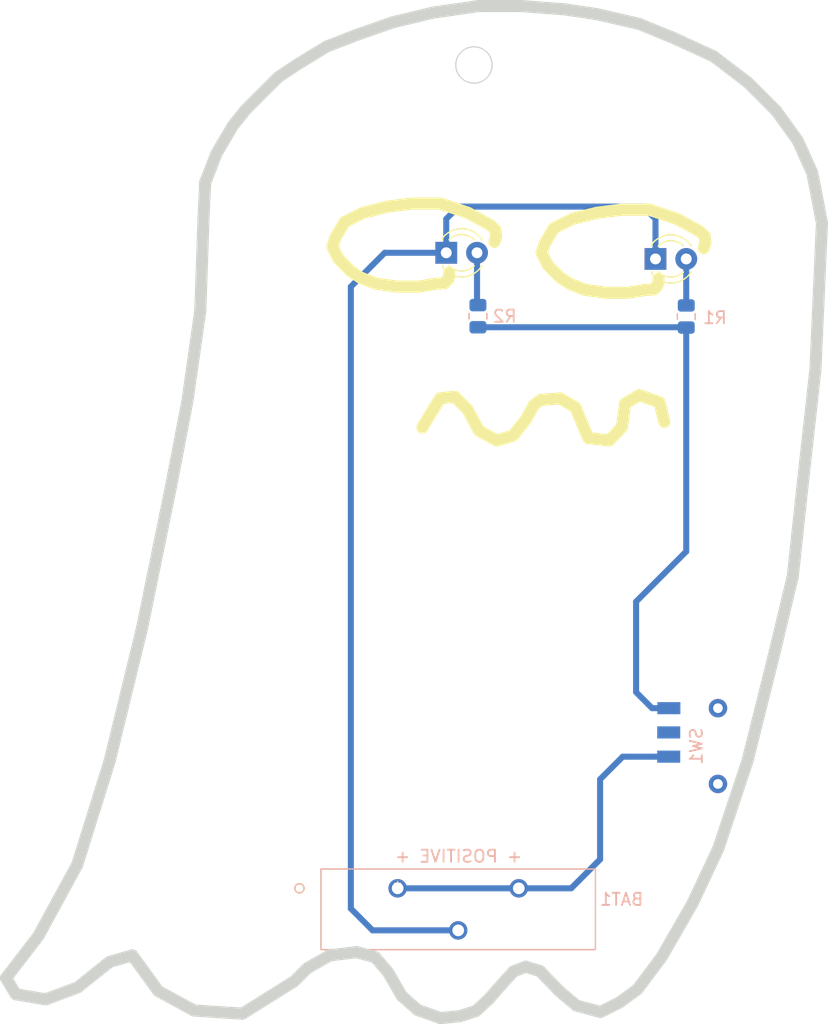
<source format=kicad_pcb>
(kicad_pcb (version 20171130) (host pcbnew "(5.1.9-0-10_14)")

  (general
    (thickness 1.6)
    (drawings 140)
    (tracks 27)
    (zones 0)
    (modules 6)
    (nets 7)
  )

  (page A4)
  (layers
    (0 F.Cu signal)
    (31 B.Cu signal)
    (32 B.Adhes user)
    (33 F.Adhes user)
    (34 B.Paste user)
    (35 F.Paste user)
    (36 B.SilkS user)
    (37 F.SilkS user)
    (38 B.Mask user)
    (39 F.Mask user)
    (40 Dwgs.User user)
    (41 Cmts.User user)
    (42 Eco1.User user)
    (43 Eco2.User user)
    (44 Edge.Cuts user)
    (45 Margin user)
    (46 B.CrtYd user)
    (47 F.CrtYd user)
    (48 B.Fab user)
    (49 F.Fab user)
  )

  (setup
    (last_trace_width 0.5)
    (user_trace_width 0.5)
    (user_trace_width 1)
    (trace_clearance 0.2)
    (zone_clearance 0.508)
    (zone_45_only no)
    (trace_min 0.2)
    (via_size 0.8)
    (via_drill 0.4)
    (via_min_size 0.4)
    (via_min_drill 0.3)
    (uvia_size 0.3)
    (uvia_drill 0.1)
    (uvias_allowed no)
    (uvia_min_size 0.2)
    (uvia_min_drill 0.1)
    (edge_width 0.05)
    (segment_width 0.2)
    (pcb_text_width 0.3)
    (pcb_text_size 1.5 1.5)
    (mod_edge_width 0.12)
    (mod_text_size 1 1)
    (mod_text_width 0.15)
    (pad_size 1.8 1.8)
    (pad_drill 0.9)
    (pad_to_mask_clearance 0)
    (aux_axis_origin 0 0)
    (visible_elements FFFFFF7F)
    (pcbplotparams
      (layerselection 0x110fc_ffffffff)
      (usegerberextensions false)
      (usegerberattributes true)
      (usegerberadvancedattributes true)
      (creategerberjobfile true)
      (excludeedgelayer true)
      (linewidth 0.100000)
      (plotframeref false)
      (viasonmask false)
      (mode 1)
      (useauxorigin false)
      (hpglpennumber 1)
      (hpglpenspeed 20)
      (hpglpendiameter 15.000000)
      (psnegative false)
      (psa4output false)
      (plotreference true)
      (plotvalue true)
      (plotinvisibletext false)
      (padsonsilk false)
      (subtractmaskfromsilk false)
      (outputformat 1)
      (mirror false)
      (drillshape 0)
      (scaleselection 1)
      (outputdirectory ""))
  )

  (net 0 "")
  (net 1 +BATT)
  (net 2 GND)
  (net 3 "Net-(D1-Pad2)")
  (net 4 "Net-(D2-Pad2)")
  (net 5 "Net-(R1-Pad1)")
  (net 6 "Net-(SW1-Pad2)")

  (net_class Default "This is the default net class."
    (clearance 0.2)
    (trace_width 0.25)
    (via_dia 0.8)
    (via_drill 0.4)
    (uvia_dia 0.3)
    (uvia_drill 0.1)
    (add_net +BATT)
    (add_net GND)
    (add_net "Net-(D1-Pad2)")
    (add_net "Net-(D2-Pad2)")
    (add_net "Net-(R1-Pad1)")
    (add_net "Net-(SW1-Pad2)")
  )

  (module Button_Switch_SMD:SMT_Mini_Slide_Switch (layer B.Cu) (tedit 5F838D19) (tstamp 616D4B53)
    (at 155.0162 114.0968 270)
    (path /615A2888)
    (fp_text reference SW1 (at 0 -0.5 90) (layer B.SilkS)
      (effects (font (size 1 1) (thickness 0.15)) (justify mirror))
    )
    (fp_text value SMT_SPDT (at 0 0.5 90) (layer B.Fab)
      (effects (font (size 1 1) (thickness 0.15)) (justify mirror))
    )
    (fp_line (start -4.572 3.048) (end -4.572 -3.048) (layer B.CrtYd) (width 0.12))
    (fp_line (start 4.445 3.048) (end -4.572 3.048) (layer B.CrtYd) (width 0.12))
    (fp_line (start 4.445 -3.048) (end 4.445 3.048) (layer B.CrtYd) (width 0.12))
    (fp_line (start -4.572 -3.048) (end 4.445 -3.048) (layer B.CrtYd) (width 0.12))
    (pad "" thru_hole circle (at -3.125 -2.286 270) (size 1.524 1.524) (drill 0.8) (layers *.Cu *.Mask))
    (pad "" thru_hole circle (at 3.125 -2.286 270) (size 1.524 1.524) (drill 0.8) (layers *.Cu *.Mask))
    (pad 1 smd rect (at -3.125 1.764 270) (size 1 1.9) (layers B.Cu B.Paste B.Mask)
      (net 5 "Net-(R1-Pad1)"))
    (pad 2 smd rect (at -1.125 1.778 270) (size 1 1.9) (layers B.Cu B.Paste B.Mask)
      (net 6 "Net-(SW1-Pad2)"))
    (pad 3 smd rect (at 0.875 1.778 270) (size 1 1.9) (layers B.Cu B.Paste B.Mask)
      (net 1 +BATT))
  )

  (module Resistor_SMD:R_0805_2012Metric (layer B.Cu) (tedit 5F68FEEE) (tstamp 616D5263)
    (at 137.4902 78.6365 90)
    (descr "Resistor SMD 0805 (2012 Metric), square (rectangular) end terminal, IPC_7351 nominal, (Body size source: IPC-SM-782 page 72, https://www.pcb-3d.com/wordpress/wp-content/uploads/ipc-sm-782a_amendment_1_and_2.pdf), generated with kicad-footprint-generator")
    (tags resistor)
    (path /615A9D08)
    (attr smd)
    (fp_text reference R2 (at 0 2.2098 180) (layer B.SilkS)
      (effects (font (size 1 1) (thickness 0.15)) (justify mirror))
    )
    (fp_text value "47 Ohms" (at -0.1035 -4.6482 180) (layer B.Fab)
      (effects (font (size 1 1) (thickness 0.15)) (justify mirror))
    )
    (fp_line (start 1.68 -0.95) (end -1.68 -0.95) (layer B.CrtYd) (width 0.05))
    (fp_line (start 1.68 0.95) (end 1.68 -0.95) (layer B.CrtYd) (width 0.05))
    (fp_line (start -1.68 0.95) (end 1.68 0.95) (layer B.CrtYd) (width 0.05))
    (fp_line (start -1.68 -0.95) (end -1.68 0.95) (layer B.CrtYd) (width 0.05))
    (fp_line (start -0.227064 -0.735) (end 0.227064 -0.735) (layer B.SilkS) (width 0.12))
    (fp_line (start -0.227064 0.735) (end 0.227064 0.735) (layer B.SilkS) (width 0.12))
    (fp_line (start 1 -0.625) (end -1 -0.625) (layer B.Fab) (width 0.1))
    (fp_line (start 1 0.625) (end 1 -0.625) (layer B.Fab) (width 0.1))
    (fp_line (start -1 0.625) (end 1 0.625) (layer B.Fab) (width 0.1))
    (fp_line (start -1 -0.625) (end -1 0.625) (layer B.Fab) (width 0.1))
    (fp_text user %R (at 0 0 90) (layer B.Fab)
      (effects (font (size 0.5 0.5) (thickness 0.08)) (justify mirror))
    )
    (pad 2 smd roundrect (at 0.9125 0 90) (size 1.025 1.4) (layers B.Cu B.Paste B.Mask) (roundrect_rratio 0.2439014634146341)
      (net 4 "Net-(D2-Pad2)"))
    (pad 1 smd roundrect (at -0.9125 0 90) (size 1.025 1.4) (layers B.Cu B.Paste B.Mask) (roundrect_rratio 0.2439014634146341)
      (net 5 "Net-(R1-Pad1)"))
    (model ${KISYS3DMOD}/Resistor_SMD.3dshapes/R_0805_2012Metric.wrl
      (at (xyz 0 0 0))
      (scale (xyz 1 1 1))
      (rotate (xyz 0 0 0))
    )
  )

  (module Resistor_SMD:R_0805_2012Metric (layer B.Cu) (tedit 5F68FEEE) (tstamp 616D4B35)
    (at 154.686 78.6619 90)
    (descr "Resistor SMD 0805 (2012 Metric), square (rectangular) end terminal, IPC_7351 nominal, (Body size source: IPC-SM-782 page 72, https://www.pcb-3d.com/wordpress/wp-content/uploads/ipc-sm-782a_amendment_1_and_2.pdf), generated with kicad-footprint-generator")
    (tags resistor)
    (path /615A4F38)
    (attr smd)
    (fp_text reference R1 (at -0.1035 2.3622 180) (layer B.SilkS)
      (effects (font (size 1 1) (thickness 0.15)) (justify mirror))
    )
    (fp_text value "47 Ohms" (at -0.254 -5.08 180) (layer B.Fab)
      (effects (font (size 1 1) (thickness 0.15)) (justify mirror))
    )
    (fp_line (start 1.68 -0.95) (end -1.68 -0.95) (layer B.CrtYd) (width 0.05))
    (fp_line (start 1.68 0.95) (end 1.68 -0.95) (layer B.CrtYd) (width 0.05))
    (fp_line (start -1.68 0.95) (end 1.68 0.95) (layer B.CrtYd) (width 0.05))
    (fp_line (start -1.68 -0.95) (end -1.68 0.95) (layer B.CrtYd) (width 0.05))
    (fp_line (start -0.227064 -0.735) (end 0.227064 -0.735) (layer B.SilkS) (width 0.12))
    (fp_line (start -0.227064 0.735) (end 0.227064 0.735) (layer B.SilkS) (width 0.12))
    (fp_line (start 1 -0.625) (end -1 -0.625) (layer B.Fab) (width 0.1))
    (fp_line (start 1 0.625) (end 1 -0.625) (layer B.Fab) (width 0.1))
    (fp_line (start -1 0.625) (end 1 0.625) (layer B.Fab) (width 0.1))
    (fp_line (start -1 -0.625) (end -1 0.625) (layer B.Fab) (width 0.1))
    (fp_text user %R (at 0 0 90) (layer B.Fab)
      (effects (font (size 0.5 0.5) (thickness 0.08)) (justify mirror))
    )
    (pad 2 smd roundrect (at 0.9125 0 90) (size 1.025 1.4) (layers B.Cu B.Paste B.Mask) (roundrect_rratio 0.2439014634146341)
      (net 3 "Net-(D1-Pad2)"))
    (pad 1 smd roundrect (at -0.9125 0 90) (size 1.025 1.4) (layers B.Cu B.Paste B.Mask) (roundrect_rratio 0.2439014634146341)
      (net 5 "Net-(R1-Pad1)"))
    (model ${KISYS3DMOD}/Resistor_SMD.3dshapes/R_0805_2012Metric.wrl
      (at (xyz 0 0 0))
      (scale (xyz 1 1 1))
      (rotate (xyz 0 0 0))
    )
  )

  (module LED_THT:LED_D3.0mm (layer F.Cu) (tedit 616CF490) (tstamp 616D4E80)
    (at 134.874 73.406)
    (descr "LED, diameter 3.0mm, 2 pins")
    (tags "LED diameter 3.0mm 2 pins")
    (path /615A9D12)
    (fp_text reference D2 (at 1.27 -2.96) (layer F.SilkS) hide
      (effects (font (size 1 1) (thickness 0.15)))
    )
    (fp_text value "LED per Chart" (at 1.27 2.96) (layer F.Fab) hide
      (effects (font (size 1 1) (thickness 0.15)))
    )
    (fp_line (start 3.7 -2.25) (end -1.15 -2.25) (layer F.CrtYd) (width 0.05))
    (fp_line (start 3.7 2.25) (end 3.7 -2.25) (layer F.CrtYd) (width 0.05))
    (fp_line (start -1.15 2.25) (end 3.7 2.25) (layer F.CrtYd) (width 0.05))
    (fp_line (start -1.15 -2.25) (end -1.15 2.25) (layer F.CrtYd) (width 0.05))
    (fp_line (start -0.29 1.08) (end -0.29 1.236) (layer F.SilkS) (width 0.12))
    (fp_line (start -0.29 -1.236) (end -0.29 -1.08) (layer F.SilkS) (width 0.12))
    (fp_line (start -0.23 -1.16619) (end -0.23 1.16619) (layer F.Fab) (width 0.1))
    (fp_circle (center 1.27 0) (end 2.77 0) (layer F.Fab) (width 0.1))
    (fp_arc (start 1.27 0) (end 0.229039 1.08) (angle -87.9) (layer F.SilkS) (width 0.12))
    (fp_arc (start 1.27 0) (end 0.229039 -1.08) (angle 87.9) (layer F.SilkS) (width 0.12))
    (fp_arc (start 1.27 0) (end -0.29 1.235516) (angle -108.8) (layer F.SilkS) (width 0.12))
    (fp_arc (start 1.27 0) (end -0.29 -1.235516) (angle 108.8) (layer F.SilkS) (width 0.12))
    (fp_arc (start 1.27 0) (end -0.23 -1.16619) (angle 284.3) (layer F.Fab) (width 0.1))
    (pad 2 thru_hole circle (at 2.54 0) (size 1.8 1.8) (drill 0.9) (layers *.Cu *.Mask)
      (net 4 "Net-(D2-Pad2)"))
    (pad 1 thru_hole rect (at 0 0) (size 1.8 1.8) (drill 0.9) (layers *.Cu *.Mask)
      (net 2 GND))
    (model ${KISYS3DMOD}/LED_THT.3dshapes/LED_D3.0mm.wrl
      (at (xyz 0 0 0))
      (scale (xyz 1 1 1))
      (rotate (xyz 0 0 0))
    )
  )

  (module LED_THT:LED_D3.0mm (layer F.Cu) (tedit 587A3A7B) (tstamp 616D4B11)
    (at 152.146 73.914)
    (descr "LED, diameter 3.0mm, 2 pins")
    (tags "LED diameter 3.0mm 2 pins")
    (path /615A807B)
    (fp_text reference D1 (at 1.27 -2.96) (layer F.SilkS) hide
      (effects (font (size 1 1) (thickness 0.15)))
    )
    (fp_text value "LED per Chart" (at 1.27 2.96) (layer F.Fab) hide
      (effects (font (size 1 1) (thickness 0.15)))
    )
    (fp_arc (start 1.27 0) (end -0.23 -1.16619) (angle 284.3) (layer F.Fab) (width 0.1))
    (fp_arc (start 1.27 0) (end -0.29 -1.235516) (angle 108.8) (layer F.SilkS) (width 0.12))
    (fp_arc (start 1.27 0) (end -0.29 1.235516) (angle -108.8) (layer F.SilkS) (width 0.12))
    (fp_arc (start 1.27 0) (end 0.229039 -1.08) (angle 87.9) (layer F.SilkS) (width 0.12))
    (fp_arc (start 1.27 0) (end 0.229039 1.08) (angle -87.9) (layer F.SilkS) (width 0.12))
    (fp_circle (center 1.27 0) (end 2.77 0) (layer F.Fab) (width 0.1))
    (fp_line (start -0.23 -1.16619) (end -0.23 1.16619) (layer F.Fab) (width 0.1))
    (fp_line (start -0.29 -1.236) (end -0.29 -1.08) (layer F.SilkS) (width 0.12))
    (fp_line (start -0.29 1.08) (end -0.29 1.236) (layer F.SilkS) (width 0.12))
    (fp_line (start -1.15 -2.25) (end -1.15 2.25) (layer F.CrtYd) (width 0.05))
    (fp_line (start -1.15 2.25) (end 3.7 2.25) (layer F.CrtYd) (width 0.05))
    (fp_line (start 3.7 2.25) (end 3.7 -2.25) (layer F.CrtYd) (width 0.05))
    (fp_line (start 3.7 -2.25) (end -1.15 -2.25) (layer F.CrtYd) (width 0.05))
    (pad 1 thru_hole rect (at 0 0) (size 1.8 1.8) (drill 0.9) (layers *.Cu *.Mask)
      (net 2 GND))
    (pad 2 thru_hole circle (at 2.54 0) (size 1.8 1.8) (drill 0.9) (layers *.Cu *.Mask)
      (net 3 "Net-(D1-Pad2)"))
    (model ${KISYS3DMOD}/LED_THT.3dshapes/LED_D3.0mm.wrl
      (at (xyz 0 0 0))
      (scale (xyz 1 1 1))
      (rotate (xyz 0 0 0))
    )
  )

  (module Battery:BatteryHolder_AdamTech_BH-125A-1 (layer B.Cu) (tedit 61679B07) (tstamp 616D4AFE)
    (at 130.8608 125.8316)
    (path /615BF2C5)
    (fp_text reference BAT1 (at 18.4912 0.9144) (layer B.SilkS)
      (effects (font (size 1 1) (thickness 0.15)) (justify mirror))
    )
    (fp_text value BH-125A-1 (at 5 0) (layer B.SilkS) hide
      (effects (font (size 1 1) (thickness 0.15)) (justify mirror))
    )
    (fp_line (start -6.3284 -1.592453) (end 16.3284 -1.592453) (layer B.SilkS) (width 0.12))
    (fp_line (start 16.3284 -1.592453) (end 16.3284 5.062347) (layer B.SilkS) (width 0.12))
    (fp_line (start 16.3284 5.062347) (end -6.3284 5.062347) (layer B.SilkS) (width 0.12))
    (fp_line (start -6.3284 5.062347) (end -6.3284 -1.592453) (layer B.SilkS) (width 0.12))
    (fp_line (start -6.2014 -1.465453) (end 16.2014 -1.465453) (layer B.Fab) (width 0.1))
    (fp_line (start 16.2014 -1.465453) (end 16.2014 4.935347) (layer B.Fab) (width 0.1))
    (fp_line (start 16.2014 4.935347) (end -6.2014 4.935347) (layer B.Fab) (width 0.1))
    (fp_line (start -6.2014 4.935347) (end -6.2014 -1.465453) (layer B.Fab) (width 0.1))
    (fp_line (start -6.4554 5.189347) (end -6.4554 -1.719453) (layer B.CrtYd) (width 0.05))
    (fp_line (start -6.4554 -1.719453) (end 16.4554 -1.719453) (layer B.CrtYd) (width 0.05))
    (fp_line (start 16.4554 -1.719453) (end 16.4554 5.189347) (layer B.CrtYd) (width 0.05))
    (fp_line (start 16.4554 5.189347) (end -6.4554 5.189347) (layer B.CrtYd) (width 0.05))
    (fp_circle (center 0 1.905) (end 0.381 1.905) (layer B.Fab) (width 0.1))
    (fp_circle (center -8.1064 0) (end -7.7254 0) (layer B.SilkS) (width 0.12))
    (fp_circle (center -8.1064 0) (end -7.7254 0) (layer F.SilkS) (width 0.12))
    (fp_text user * (at 0 0) (layer B.Fab)
      (effects (font (size 1 1) (thickness 0.15)) (justify mirror))
    )
    (fp_text user * (at 0 0) (layer B.SilkS)
      (effects (font (size 1 1) (thickness 0.15)) (justify mirror))
    )
    (fp_text user "Copyright 2021 Accelerated Designs. All rights reserved." (at 0 0) (layer Cmts.User)
      (effects (font (size 0.127 0.127) (thickness 0.002)))
    )
    (pad POS2 thru_hole circle (at 10 0) (size 1.524 1.524) (drill 0.9652) (layers *.Cu *.Mask)
      (net 1 +BATT))
    (pad NEG thru_hole circle (at 5 3.470001) (size 1.524 1.524) (drill 0.9652) (layers *.Cu *.Mask)
      (net 2 GND))
    (pad POS1 thru_hole circle (at 0 0) (size 1.524 1.524) (drill 0.9652) (layers *.Cu *.Mask)
      (net 1 +BATT))
  )

  (gr_line (start 134.112 75.946) (end 132.588 76.2) (layer F.SilkS) (width 1) (tstamp 616DB720))
  (gr_line (start 138.520562 71.13128) (end 136.652 70.104) (layer F.SilkS) (width 1) (tstamp 616DB71F))
  (gr_line (start 138.855362 72.5114) (end 138.992962 72.06452) (layer F.SilkS) (width 1) (tstamp 616DB71E))
  (gr_curve (pts (xy 138.933962 71.52106) (xy 138.796162 71.39106) (xy 138.495802 71.10794) (xy 138.520562 71.13128)) (layer F.SilkS) (width 1) (tstamp 616DB71D))
  (gr_line (start 138.520562 71.13128) (end 138.520562 71.13128) (layer F.SilkS) (width 1) (tstamp 616DB71C))
  (gr_line (start 138.992962 72.06452) (end 138.933962 71.52106) (layer F.SilkS) (width 1) (tstamp 616DB71B))
  (gr_line (start 126.492 70.866) (end 125.73 72.136) (layer F.SilkS) (width 1) (tstamp 616DB71A))
  (gr_line (start 135.024262 75.62002) (end 135.118662 75.33654) (layer F.SilkS) (width 1) (tstamp 616DB719))
  (gr_line (start 135.118662 75.33654) (end 135.118662 75.05306) (layer F.SilkS) (width 1) (tstamp 616DB718))
  (gr_line (start 134.268322 75.9507) (end 134.740782 75.9035) (layer F.SilkS) (width 1) (tstamp 616DB717))
  (gr_line (start 134.740782 75.9035) (end 135.024262 75.62002) (layer F.SilkS) (width 1) (tstamp 616DB716))
  (gr_line (start 128.016 70.104) (end 126.492 70.866) (layer F.SilkS) (width 1) (tstamp 616DB715))
  (gr_line (start 127.762 75.438) (end 129.032 75.946) (layer F.SilkS) (width 1) (tstamp 616DB714))
  (gr_line (start 129.032 75.946) (end 130.81 76.2) (layer F.SilkS) (width 1) (tstamp 616DB713))
  (gr_line (start 130.048 69.596) (end 128.016 70.104) (layer F.SilkS) (width 1) (tstamp 616DB712))
  (gr_line (start 132.334 76.2) (end 131.064 76.2) (layer F.SilkS) (width 1) (tstamp 616DB711))
  (gr_line (start 136.652 70.104) (end 134.366 69.342) (layer F.SilkS) (width 1) (tstamp 616DB710))
  (gr_line (start 125.476 72.898) (end 125.984 73.914) (layer F.SilkS) (width 1) (tstamp 616DB70F))
  (gr_line (start 125.73 72.136) (end 125.476 72.898) (layer F.SilkS) (width 1) (tstamp 616DB70E))
  (gr_line (start 132.08 69.342) (end 130.048 69.596) (layer F.SilkS) (width 1) (tstamp 616DB70D))
  (gr_line (start 134.366 69.342) (end 132.08 69.342) (layer F.SilkS) (width 1) (tstamp 616DB70C))
  (gr_line (start 125.984 73.914) (end 127 74.93) (layer F.SilkS) (width 1) (tstamp 616DB70B))
  (gr_line (start 127 74.93) (end 127.762 75.438) (layer F.SilkS) (width 1) (tstamp 616DB70A))
  (gr_line (start 146.304 76.454) (end 148.082 76.708) (layer F.SilkS) (width 1))
  (gr_line (start 149.606 76.708) (end 148.336 76.708) (layer F.SilkS) (width 1))
  (gr_line (start 151.384 76.454) (end 149.86 76.708) (layer F.SilkS) (width 1))
  (gr_line (start 145.034 75.946) (end 146.304 76.454) (layer F.SilkS) (width 1))
  (gr_line (start 144.272 75.438) (end 145.034 75.946) (layer F.SilkS) (width 1))
  (gr_line (start 143.256 74.422) (end 144.272 75.438) (layer F.SilkS) (width 1))
  (gr_line (start 142.748 73.406) (end 143.256 74.422) (layer F.SilkS) (width 1))
  (gr_line (start 143.002 72.644) (end 142.748 73.406) (layer F.SilkS) (width 1))
  (gr_line (start 143.764 71.374) (end 143.002 72.644) (layer F.SilkS) (width 1))
  (gr_line (start 145.288 70.612) (end 143.764 71.374) (layer F.SilkS) (width 1))
  (gr_line (start 147.32 70.104) (end 145.288 70.612) (layer F.SilkS) (width 1))
  (gr_line (start 149.352 69.85) (end 147.32 70.104) (layer F.SilkS) (width 1))
  (gr_line (start 151.638 69.85) (end 149.352 69.85) (layer F.SilkS) (width 1))
  (gr_line (start 153.924 70.612) (end 151.638 69.85) (layer F.SilkS) (width 1))
  (gr_line (start 155.792562 71.63928) (end 153.924 70.612) (layer F.SilkS) (width 1))
  (gr_text "+ POSITIVE +" (at 135.89 123.19) (layer B.SilkS)
    (effects (font (size 1 1) (thickness 0.15)) (justify mirror))
  )
  (gr_circle (center 137.16 57.912) (end 138.66 57.912) (layer Edge.Cuts) (width 0.1))
  (gr_curve (pts (xy 156.205962 72.02906) (xy 156.068162 71.89906) (xy 155.767802 71.61594) (xy 155.792562 71.63928)) (layer F.SilkS) (width 1))
  (gr_line (start 155.792562 71.63928) (end 155.792562 71.63928) (layer F.SilkS) (width 1))
  (gr_line (start 146.598122 88.689978) (end 148.335362 88.890418) (layer F.SilkS) (width 1))
  (gr_line (start 146.063582 87.420438) (end 146.598122 88.689978) (layer F.SilkS) (width 1))
  (gr_line (start 145.529022 86.150898) (end 146.063582 87.420438) (layer F.SilkS) (width 1))
  (gr_line (start 144.259482 85.415898) (end 145.529022 86.150898) (layer F.SilkS) (width 1))
  (gr_line (start 142.655882 85.549498) (end 144.259482 85.415898) (layer F.SilkS) (width 1))
  (gr_line (start 142.121342 85.950398) (end 142.655882 85.549498) (layer F.SilkS) (width 1))
  (gr_line (start 141.453162 87.153118) (end 142.121342 85.950398) (layer F.SilkS) (width 1))
  (gr_line (start 140.384082 88.489458) (end 141.453162 87.153118) (layer F.SilkS) (width 1))
  (gr_line (start 139.047734 88.890378) (end 140.384082 88.489458) (layer F.SilkS) (width 1))
  (gr_line (start 137.577752 88.088558) (end 139.047734 88.890378) (layer F.SilkS) (width 1))
  (gr_line (start 136.642306 86.351298) (end 137.577752 88.088558) (layer F.SilkS) (width 1))
  (gr_line (start 135.573232 85.282238) (end 136.642306 86.351298) (layer F.SilkS) (width 1))
  (gr_line (start 134.370516 85.415838) (end 135.573232 85.282238) (layer F.SilkS) (width 1))
  (gr_line (start 156.264962 72.57252) (end 156.205962 72.02906) (layer F.SilkS) (width 1))
  (gr_line (start 152.478042 85.750018) (end 152.878942 87.353658) (layer F.SilkS) (width 1))
  (gr_line (start 133.702344 86.484918) (end 134.370516 85.415838) (layer F.SilkS) (width 1))
  (gr_line (start 132.900534 87.821278) (end 133.702344 86.484918) (layer F.SilkS) (width 1))
  (gr_line (start 152.390662 75.84454) (end 152.390662 75.56106) (layer F.SilkS) (width 1))
  (gr_line (start 152.296262 76.12802) (end 152.390662 75.84454) (layer F.SilkS) (width 1))
  (gr_line (start 152.012782 76.4115) (end 152.296262 76.12802) (layer F.SilkS) (width 1))
  (gr_line (start 151.540322 76.4587) (end 152.012782 76.4115) (layer F.SilkS) (width 1))
  (gr_line (start 150.807602 85.148678) (end 152.478042 85.750018) (layer F.SilkS) (width 1))
  (gr_line (start 149.644002 85.833778) (end 150.807602 85.148678) (layer F.SilkS) (width 1))
  (gr_line (start 149.376722 87.771478) (end 149.644002 85.833778) (layer F.SilkS) (width 1))
  (gr_line (start 148.335362 88.890418) (end 149.376722 87.771478) (layer F.SilkS) (width 1))
  (gr_line (start 156.127362 73.0194) (end 156.264962 72.57252) (layer F.SilkS) (width 1))
  (gr_line (start 111.097548 134.303498) (end 114.037514 135.907116) (layer Edge.Cuts) (width 1))
  (gr_line (start 108.959392 131.363538) (end 111.097548 134.303498) (layer Edge.Cuts) (width 1))
  (gr_line (start 113.502972 85.660438) (end 112.166624 92.609458) (layer Edge.Cuts) (width 1))
  (gr_line (start 98.535878 133.234418) (end 99.337688 134.570758) (layer Edge.Cuts) (width 1))
  (gr_line (start 101.208578 129.759918) (end 98.535878 133.234418) (layer Edge.Cuts) (width 1))
  (gr_line (start 114.839324 70.42608) (end 114.572052 78.1769) (layer Edge.Cuts) (width 1))
  (gr_line (start 122.322868 133.501678) (end 123.391948 132.432598) (layer Edge.Cuts) (width 1))
  (gr_line (start 118.046554 136.174376) (end 122.322868 133.501678) (layer Edge.Cuts) (width 1))
  (gr_line (start 114.037514 135.907116) (end 118.046554 136.174376) (layer Edge.Cuts) (width 1))
  (gr_line (start 127.400978 55.45898) (end 130.47458 54.3899) (layer Edge.Cuts) (width 1))
  (gr_line (start 124.99555 56.39442) (end 127.400978 55.45898) (layer Edge.Cuts) (width 1))
  (gr_line (start 122.590128 57.86442) (end 124.99555 56.39442) (layer Edge.Cuts) (width 1))
  (gr_line (start 120.98651 58.9335) (end 122.590128 57.86442) (layer Edge.Cuts) (width 1))
  (gr_line (start 119.650164 60.26984) (end 120.98651 58.9335) (layer Edge.Cuts) (width 1))
  (gr_line (start 118.313816 61.60618) (end 119.650164 60.26984) (layer Edge.Cuts) (width 1))
  (gr_line (start 117.244736 62.94254) (end 118.313816 61.60618) (layer Edge.Cuts) (width 1))
  (gr_line (start 104.41581 123.879978) (end 101.208578 129.759918) (layer Edge.Cuts) (width 1))
  (gr_line (start 107.088502 115.327358) (end 104.41581 123.879978) (layer Edge.Cuts) (width 1))
  (gr_line (start 152.65796 131.497158) (end 150.65344 134.169858) (layer Edge.Cuts) (width 1))
  (gr_line (start 155.19702 127.087218) (end 152.65796 131.497158) (layer Edge.Cuts) (width 1))
  (gr_line (start 157.33518 122.543638) (end 155.19702 127.087218) (layer Edge.Cuts) (width 1))
  (gr_line (start 159.7406 115.327358) (end 157.33518 122.543638) (layer Edge.Cuts) (width 1))
  (gr_line (start 161.87876 106.774738) (end 159.7406 115.327358) (layer Edge.Cuts) (width 1))
  (gr_line (start 163.48238 100.092998) (end 161.87876 106.774738) (layer Edge.Cuts) (width 1))
  (gr_line (start 164.28418 92.609458) (end 163.48238 100.092998) (layer Edge.Cuts) (width 1))
  (gr_line (start 165.35326 82.987738) (end 164.28418 92.609458) (layer Edge.Cuts) (width 1))
  (gr_line (start 165.8878 70.96062) (end 165.35326 82.987738) (layer Edge.Cuts) (width 1))
  (gr_line (start 107.088502 131.898078) (end 108.959392 131.363538) (layer Edge.Cuts) (width 1))
  (gr_line (start 104.449218 134.002818) (end 107.088502 131.898078) (layer Edge.Cuts) (width 1))
  (gr_line (start 134.397822 136.536116) (end 135.998078 136.379516) (layer Edge.Cuts) (width 1))
  (gr_line (start 132.499254 135.859878) (end 134.397822 136.536116) (layer Edge.Cuts) (width 1))
  (gr_line (start 131.18862 134.697678) (end 132.499254 135.859878) (layer Edge.Cuts) (width 1))
  (gr_line (start 142.61774 132.657918) (end 141.43264 132.298938) (layer Edge.Cuts) (width 1))
  (gr_line (start 144.18894 134.302058) (end 142.61774 132.657918) (layer Edge.Cuts) (width 1))
  (gr_line (start 145.6167 135.503458) (end 144.18894 134.302058) (layer Edge.Cuts) (width 1))
  (gr_line (start 147.61086 136.033996) (end 145.6167 135.503458) (layer Edge.Cuts) (width 1))
  (gr_line (start 149.18346 135.238938) (end 147.61086 136.033996) (layer Edge.Cuts) (width 1))
  (gr_line (start 150.65344 134.169858) (end 149.18346 135.238938) (layer Edge.Cuts) (width 1))
  (gr_line (start 109.761202 104.369298) (end 107.088502 115.327358) (layer Edge.Cuts) (width 1))
  (gr_line (start 112.166624 92.609458) (end 109.761202 104.369298) (layer Edge.Cuts) (width 1))
  (gr_line (start 141.43264 132.298858) (end 141.43264 132.298858) (layer Edge.Cuts) (width 1))
  (gr_line (start 140.43094 132.680138) (end 141.43264 132.298858) (layer Edge.Cuts) (width 1))
  (gr_line (start 139.185568 134.060078) (end 140.43094 132.680138) (layer Edge.Cuts) (width 1))
  (gr_line (start 114.572052 78.1769) (end 113.502972 85.660438) (layer Edge.Cuts) (width 1))
  (gr_line (start 130.085952 132.780378) (end 131.18862 134.697678) (layer Edge.Cuts) (width 1))
  (gr_line (start 129.000224 131.508738) (end 130.085952 132.780378) (layer Edge.Cuts) (width 1))
  (gr_line (start 127.467806 131.096278) (end 129.000224 131.508738) (layer Edge.Cuts) (width 1))
  (gr_line (start 125.262832 131.363538) (end 127.467806 131.096278) (layer Edge.Cuts) (width 1))
  (gr_line (start 123.391948 132.432598) (end 125.262832 131.363538) (layer Edge.Cuts) (width 1))
  (gr_line (start 101.814874 134.992858) (end 104.449218 134.002818) (layer Edge.Cuts) (width 1))
  (gr_line (start 99.337688 134.570758) (end 101.814874 134.992858) (layer Edge.Cuts) (width 1))
  (gr_line (start 138.406286 134.955378) (end 139.185568 134.060078) (layer Edge.Cuts) (width 1))
  (gr_line (start 137.320994 135.954276) (end 138.406286 134.955378) (layer Edge.Cuts) (width 1))
  (gr_line (start 135.998078 136.379516) (end 137.320994 135.954276) (layer Edge.Cuts) (width 1))
  (gr_line (start 115.908388 65.21432) (end 117.244736 62.94254) (layer Edge.Cuts) (width 1))
  (gr_line (start 114.972944 67.61976) (end 115.908388 65.21432) (layer Edge.Cuts) (width 1))
  (gr_line (start 114.839324 70.42608) (end 114.972944 67.61976) (layer Edge.Cuts) (width 1))
  (gr_line (start 156.93426 57.19624) (end 159.7406 59.3344) (layer Edge.Cuts) (width 1))
  (gr_line (start 153.72704 55.72626) (end 156.93426 57.19624) (layer Edge.Cuts) (width 1))
  (gr_line (start 150.78708 54.52354) (end 153.72704 55.72626) (layer Edge.Cuts) (width 1))
  (gr_line (start 147.31254 53.72174) (end 150.78708 54.52354) (layer Edge.Cuts) (width 1))
  (gr_line (start 144.63986 53.32084) (end 147.31254 53.72174) (layer Edge.Cuts) (width 1))
  (gr_line (start 141.03172 53.05356) (end 144.63986 53.32084) (layer Edge.Cuts) (width 1))
  (gr_line (start 137.55722 53.05356) (end 141.03172 53.05356) (layer Edge.Cuts) (width 1))
  (gr_line (start 133.815446 53.5881) (end 137.55722 53.05356) (layer Edge.Cuts) (width 1))
  (gr_line (start 130.47458 54.3899) (end 133.815446 53.5881) (layer Edge.Cuts) (width 1))
  (gr_line (start 165.88778 70.96062) (end 165.88778 70.96062) (layer Edge.Cuts) (width 1))
  (gr_line (start 165.35326 68.15428) (end 165.88778 70.96062) (layer Edge.Cuts) (width 1))
  (gr_line (start 165.086 66.81794) (end 165.35326 68.15428) (layer Edge.Cuts) (width 1))
  (gr_line (start 163.88328 64.14524) (end 165.086 66.81794) (layer Edge.Cuts) (width 1))
  (gr_line (start 162.14602 61.73982) (end 163.88328 64.14524) (layer Edge.Cuts) (width 1))
  (gr_line (start 159.7406 59.3344) (end 162.14602 61.73982) (layer Edge.Cuts) (width 1))

  (segment (start 130.8608 125.8316) (end 140.8608 125.8316) (width 0.5) (layer B.Cu) (net 1))
  (segment (start 140.8608 125.8316) (end 145.1864 125.8316) (width 0.5) (layer B.Cu) (net 1))
  (segment (start 145.1864 125.8316) (end 147.574 123.444) (width 0.5) (layer B.Cu) (net 1))
  (segment (start 147.574 123.444) (end 147.574 116.84) (width 0.5) (layer B.Cu) (net 1))
  (segment (start 149.4422 114.9718) (end 153.2382 114.9718) (width 0.5) (layer B.Cu) (net 1))
  (segment (start 147.574 116.84) (end 149.4422 114.9718) (width 0.5) (layer B.Cu) (net 1))
  (segment (start 129.794 73.406) (end 134.874 73.406) (width 0.5) (layer B.Cu) (net 2))
  (segment (start 127 76.2) (end 129.794 73.406) (width 0.5) (layer B.Cu) (net 2))
  (segment (start 127 127.508) (end 127 76.2) (width 0.5) (layer B.Cu) (net 2))
  (segment (start 128.793601 129.301601) (end 127 127.508) (width 0.5) (layer B.Cu) (net 2))
  (segment (start 135.8608 129.301601) (end 128.793601 129.301601) (width 0.5) (layer B.Cu) (net 2))
  (segment (start 135.89 69.596) (end 134.874 70.612) (width 0.5) (layer B.Cu) (net 2))
  (segment (start 151.13 69.596) (end 135.89 69.596) (width 0.5) (layer B.Cu) (net 2))
  (segment (start 134.874 70.612) (end 134.874 73.406) (width 0.5) (layer B.Cu) (net 2))
  (segment (start 152.146 70.612) (end 151.13 69.596) (width 0.5) (layer B.Cu) (net 2))
  (segment (start 152.146 73.914) (end 152.146 70.612) (width 0.5) (layer B.Cu) (net 2))
  (segment (start 154.686 73.914) (end 154.686 77.7494) (width 0.5) (layer B.Cu) (net 3))
  (segment (start 137.4648 77.6986) (end 137.4902 77.724) (width 0.5) (layer B.Cu) (net 4))
  (segment (start 137.414 77.6478) (end 137.4902 77.724) (width 0.5) (layer B.Cu) (net 4))
  (segment (start 137.414 73.406) (end 137.414 77.6478) (width 0.5) (layer B.Cu) (net 4))
  (segment (start 153.2522 110.9718) (end 151.8658 110.9718) (width 0.5) (layer B.Cu) (net 5))
  (segment (start 151.8658 110.9718) (end 150.5458 109.6518) (width 0.5) (layer B.Cu) (net 5))
  (segment (start 154.6606 79.549) (end 154.686 79.5744) (width 0.5) (layer B.Cu) (net 5))
  (segment (start 137.4902 79.549) (end 154.6606 79.549) (width 0.5) (layer B.Cu) (net 5))
  (segment (start 154.686 79.5744) (end 154.686 98.044) (width 0.5) (layer B.Cu) (net 5))
  (segment (start 150.5458 102.1842) (end 150.5458 109.6518) (width 0.5) (layer B.Cu) (net 5))
  (segment (start 154.686 98.044) (end 150.5458 102.1842) (width 0.5) (layer B.Cu) (net 5))

)

</source>
